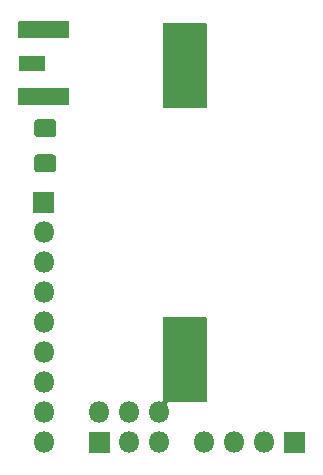
<source format=gbr>
%TF.GenerationSoftware,KiCad,Pcbnew,(5.99.0-1365-gd87daebb2)*%
%TF.CreationDate,2020-06-05T15:16:43+02:00*%
%TF.ProjectId,LORA_ATTINY_v3,4c4f5241-5f41-4545-9449-4e595f76332e,rev?*%
%TF.SameCoordinates,Original*%
%TF.FileFunction,Soldermask,Bot*%
%TF.FilePolarity,Negative*%
%FSLAX46Y46*%
G04 Gerber Fmt 4.6, Leading zero omitted, Abs format (unit mm)*
G04 Created by KiCad (PCBNEW (5.99.0-1365-gd87daebb2)) date 2020-06-05 15:16:43*
%MOMM*%
%LPD*%
G01*
G04 APERTURE LIST*
%ADD10O,1.802000X1.802000*%
G04 APERTURE END LIST*
D10*
%TO.C,J2*%
X104394000Y-66802000D03*
X106934000Y-66802000D03*
X109474000Y-66802000D03*
G36*
G01*
X111164000Y-65901000D02*
X112864000Y-65901000D01*
G75*
G02*
X112915000Y-65952000I0J-51000D01*
G01*
X112915000Y-67652000D01*
G75*
G02*
X112864000Y-67703000I-51000J0D01*
G01*
X111164000Y-67703000D01*
G75*
G02*
X111113000Y-67652000I0J51000D01*
G01*
X111113000Y-65952000D01*
G75*
G02*
X111164000Y-65901000I51000J0D01*
G01*
G37*
%TD*%
%TO.C,J1*%
X90805000Y-66802000D03*
X90805000Y-64262000D03*
X90805000Y-61722000D03*
X90805000Y-59182000D03*
X90805000Y-56642000D03*
X90805000Y-54102000D03*
X90805000Y-51562000D03*
X90805000Y-49022000D03*
G36*
G01*
X89904000Y-47332000D02*
X89904000Y-45632000D01*
G75*
G02*
X89955000Y-45581000I51000J0D01*
G01*
X91655000Y-45581000D01*
G75*
G02*
X91706000Y-45632000I0J-51000D01*
G01*
X91706000Y-47332000D01*
G75*
G02*
X91655000Y-47383000I-51000J0D01*
G01*
X89955000Y-47383000D01*
G75*
G02*
X89904000Y-47332000I0J51000D01*
G01*
G37*
%TD*%
%TO.C,BAT1*%
G36*
G01*
X104543000Y-38526000D02*
X100943000Y-38526000D01*
G75*
G02*
X100892000Y-38475000I0J51000D01*
G01*
X100892000Y-31375000D01*
G75*
G02*
X100943000Y-31324000I51000J0D01*
G01*
X104543000Y-31324000D01*
G75*
G02*
X104594000Y-31375000I0J-51000D01*
G01*
X104594000Y-38475000D01*
G75*
G02*
X104543000Y-38526000I-51000J0D01*
G01*
G37*
G36*
G01*
X104543000Y-63418000D02*
X100943000Y-63418000D01*
G75*
G02*
X100892000Y-63367000I0J51000D01*
G01*
X100892000Y-56267000D01*
G75*
G02*
X100943000Y-56216000I51000J0D01*
G01*
X104543000Y-56216000D01*
G75*
G02*
X104594000Y-56267000I0J-51000D01*
G01*
X104594000Y-63367000D01*
G75*
G02*
X104543000Y-63418000I-51000J0D01*
G01*
G37*
%TD*%
%TO.C,PRG1*%
X100584000Y-64262000D03*
X100584000Y-66802000D03*
X98044000Y-64262000D03*
X98044000Y-66802000D03*
X95504000Y-64262000D03*
G36*
G01*
X96354000Y-67703000D02*
X94654000Y-67703000D01*
G75*
G02*
X94603000Y-67652000I0J51000D01*
G01*
X94603000Y-65952000D01*
G75*
G02*
X94654000Y-65901000I51000J0D01*
G01*
X96354000Y-65901000D01*
G75*
G02*
X96405000Y-65952000I0J-51000D01*
G01*
X96405000Y-67652000D01*
G75*
G02*
X96354000Y-67703000I-51000J0D01*
G01*
G37*
%TD*%
%TO.C,C1*%
G36*
G01*
X90273894Y-42416500D02*
X91590106Y-42416500D01*
G75*
G02*
X91858000Y-42684394I0J-267894D01*
G01*
X91858000Y-43675606D01*
G75*
G02*
X91590106Y-43943500I-267894J0D01*
G01*
X90273894Y-43943500D01*
G75*
G02*
X90006000Y-43675606I0J267894D01*
G01*
X90006000Y-42684394D01*
G75*
G02*
X90273894Y-42416500I267894J0D01*
G01*
G37*
G36*
G01*
X90273894Y-39441500D02*
X91590106Y-39441500D01*
G75*
G02*
X91858000Y-39709394I0J-267894D01*
G01*
X91858000Y-40700606D01*
G75*
G02*
X91590106Y-40968500I-267894J0D01*
G01*
X90273894Y-40968500D01*
G75*
G02*
X90006000Y-40700606I0J267894D01*
G01*
X90006000Y-39709394D01*
G75*
G02*
X90273894Y-39441500I267894J0D01*
G01*
G37*
%TD*%
%TO.C,ANT1*%
G36*
G01*
X88764399Y-34051000D02*
X90864401Y-34051000D01*
G75*
G02*
X90915400Y-34101999I0J-50999D01*
G01*
X90915400Y-35302001D01*
G75*
G02*
X90864401Y-35353000I-50999J0D01*
G01*
X88764399Y-35353000D01*
G75*
G02*
X88713400Y-35302001I0J50999D01*
G01*
X88713400Y-34101999D01*
G75*
G02*
X88764399Y-34051000I50999J0D01*
G01*
G37*
G36*
G01*
X88705000Y-36801000D02*
X92905000Y-36801000D01*
G75*
G02*
X92956000Y-36852000I0J-51000D01*
G01*
X92956000Y-38202000D01*
G75*
G02*
X92905000Y-38253000I-51000J0D01*
G01*
X88705000Y-38253000D01*
G75*
G02*
X88654000Y-38202000I0J51000D01*
G01*
X88654000Y-36852000D01*
G75*
G02*
X88705000Y-36801000I51000J0D01*
G01*
G37*
G36*
G01*
X88705000Y-31151000D02*
X92905000Y-31151000D01*
G75*
G02*
X92956000Y-31202000I0J-51000D01*
G01*
X92956000Y-32552000D01*
G75*
G02*
X92905000Y-32603000I-51000J0D01*
G01*
X88705000Y-32603000D01*
G75*
G02*
X88654000Y-32552000I0J51000D01*
G01*
X88654000Y-31202000D01*
G75*
G02*
X88705000Y-31151000I51000J0D01*
G01*
G37*
%TD*%
G36*
X100893550Y-63255908D02*
G01*
X100894000Y-63257172D01*
X100894000Y-63366801D01*
X100897767Y-63385738D01*
X100908380Y-63401620D01*
X100924262Y-63412233D01*
X100943199Y-63416000D01*
X101309043Y-63416000D01*
X101310775Y-63417000D01*
X101310775Y-63419000D01*
X101309561Y-63419932D01*
X101247578Y-63436541D01*
X101202585Y-63481534D01*
X101186151Y-63542863D01*
X101220963Y-63627324D01*
X101220699Y-63629306D01*
X101218849Y-63630068D01*
X101217776Y-63629572D01*
X101112414Y-63534704D01*
X100949652Y-63440733D01*
X100770910Y-63382656D01*
X100753969Y-63380875D01*
X100752351Y-63379699D01*
X100752560Y-63377710D01*
X100754059Y-63376890D01*
X100805802Y-63373816D01*
X100858835Y-63338848D01*
X100890130Y-63256462D01*
X100891680Y-63255198D01*
X100893550Y-63255908D01*
G37*
M02*

</source>
